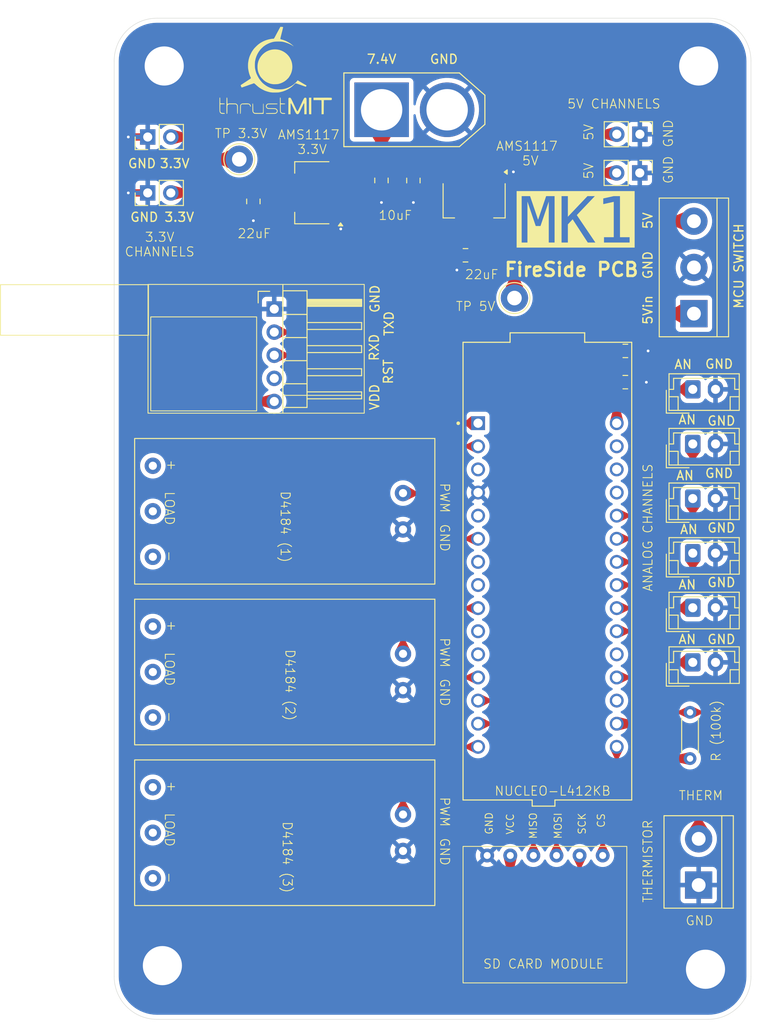
<source format=kicad_pcb>
(kicad_pcb (version 20241229) (generator "pcbnew") (generator_version "9.0")
  (layers (0 "F.Cu" signal) (2 "B.Cu" signal) (13 "F.Paste" user) (15 "B.Paste" user) (5 "F.SilkS" user "F.Silkscreen") (7 "B.SilkS" user "B.Silkscreen") (1 "F.Mask" user) (3 "B.Mask" user) (25 "Edge.Cuts" user))
  (net 0 "")
  (net 1 "GND")
  (net 2 "5V")
  (net 3 "VI")
  (net 4 "A1")
  (net 5 "A2")
  (net 6 "A3")
  (net 7 "A4")
  (net 8 "A5")
  (net 9 "3.3V")
  (net 10 "CS_SD")
  (net 11 "PWM_D4184-2")
  (net 12 "RX_RYLR")
  (net 13 "TX_RYLR")
  (net 14 "MOSI_SD")
  (net 15 "SCK_SD")
  (net 16 "MISO_SD")
  (net 17 "PWM_D4184-1")
  (net 18 "PWM_D4184-3")
  (net 29 "5Vin")
  (net 30 "A6")
  (net 31 "A_THERM")
  (net 43 "3.3V_STM")
  (footprint "FireSide v2.0 footprints:D4184" (layer "F.Cu") (at 97.5 85.68 -90)
    (property "Reference" "U5" (hide yes))
    (property "Value" "~" (hide yes))
    (fp_text user "-" (at 3.75 17.25 270) (layer "F.SilkS") (effects (font (thickness 0.1)) (justify left bottom)))
    (fp_text user "+" (at -6.25 17 270) (layer "F.SilkS") (effects (font (thickness 0.1)) (justify left bottom)))
    (fp_text user "LOAD" (at -2.75 17.25 270) (layer "F.SilkS") (effects (font (thickness 0.1)) (justify left bottom)))
    (fp_text user "PWM" (at -3.68 -13 270) (layer "F.SilkS") (effects (font (thickness 0.1)) (justify left bottom)))
    (fp_text user "GND" (at 0.82 -13 270) (layer "F.SilkS") (effects (font (thickness 0.1)) (justify left bottom)))
    (pad "1" thru_hole circle (at 1.5 -9 180) (size 1.8 1.8) (drill 0.9) (layers "*.Cu" "*.Mask") (net 1 "GND"))
    (pad "2" thru_hole circle (at -2.5 -9 180) (size 1.8 1.8) (drill 0.9) (layers "*.Cu" "*.Mask") (net 17 "PWM_D4184-1"))
    (pad "3" thru_hole circle (at 4.5 18.5 180) (size 1.8 1.8) (drill 0.9) (layers "*.Cu" "*.Mask"))
    (pad "4" thru_hole circle (at -0.5 18.5 180) (size 1.8 1.8) (drill 0.9) (layers "*.Cu" "*.Mask"))
    (pad "5" thru_hole circle (at -5.5 18.5 180) (size 1.8 1.8) (drill 0.9) (layers "*.Cu" "*.Mask"))
  )
  (footprint "Capacitor_SMD:C_0805_2012Metric" (layer "F.Cu") (at 104.130836 48.827013 -90)
    (property "Reference" "C2" (hide yes))
    (property "Value" "10uF" (hide yes))
    (pad "1" smd roundrect (at -0.95 0 270) (size 1 1.45) (layers "F.Cu" "F.Mask" "F.Paste") (net 3 "VI"))
    (pad "2" smd roundrect (at 0.95 0 270) (size 1 1.45) (layers "F.Cu" "F.Mask" "F.Paste") (net 1 "GND"))
  )
  (footprint "logos:logo2" (layer "F.Cu") (at 92.398087 36.136336)
    (property "Reference" "G***" (hide yes))
    (property "Value" "LOGO" (hide yes))
  )
  (footprint "MountingHole:MountingHole_4.3mm_M4_DIN965_Pad" (layer "F.Cu") (at 80.0504 135.1008 90)
    (property "Reference" "H2" (hide yes))
    (property "Value" "MountingHole_Pad" (hide yes))
    (pad "1" thru_hole circle (at 0 0 90) (size 7.5 7.5) (drill 4.3) (layers "*.Cu" "*.Mask") (net 1 "GND"))
  )
  (footprint "MountingHole:MountingHole_4.3mm_M4_DIN965_Pad" (layer "F.Cu") (at 80.25 36.25 90)
    (property "Reference" "H3" (hide yes))
    (property "Value" "MountingHole_Pad" (hide yes))
    (pad "1" thru_hole circle (at 0 0 90) (size 7.5 7.5) (drill 4.3) (layers "*.Cu" "*.Mask") (net 1 "GND"))
  )
  (footprint "Capacitor_SMD:C_0805_2012Metric" (layer "F.Cu") (at 107.64123 48.835307 -90)
    (property "Reference" "C3" (hide yes))
    (property "Value" "10uF" (hide yes))
    (pad "1" smd roundrect (at -0.95 0 270) (size 1 1.45) (layers "F.Cu" "F.Mask" "F.Paste") (net 3 "VI"))
    (pad "2" smd roundrect (at 0.95 0 270) (size 1 1.45) (layers "F.Cu" "F.Mask" "F.Paste") (net 1 "GND"))
  )
  (footprint "Package_TO_SOT_SMD:SOT-223-3_TabPin2" (layer "F.Cu") (at 114.317385 51.035154 -90)
    (property "Reference" "U4" (hide yes))
    (property "Value" "AMS1117-5.0" (hide yes))
    (pad "1" smd roundrect (at -3.15 -2.3 270) (size 2 1.5) (layers "F.Cu" "F.Mask" "F.Paste") (net 1 "GND"))
    (pad "2" smd roundrect (at -3.15 0 270) (size 2 1.5) (layers "F.Cu" "F.Mask" "F.Paste") (net 2 "5V"))
    (pad "2" smd roundrect (at 3.15 0 270) (size 2 3.8) (layers "F.Cu" "F.Mask" "F.Paste") (net 2 "5V"))
    (pad "3" smd roundrect (at -3.15 2.3 270) (size 2 1.5) (layers "F.Cu" "F.Mask" "F.Paste") (net 3 "VI"))
  )
  (footprint "Connector_JST:JST_EH_B2B-EH-A_1x02_P2.50mm_Vertical" (layer "F.Cu") (at 138.352799 83.781199)
    (property "Reference" "J4" (hide yes))
    (property "Value" "Conn_01x02_Pin" (hide yes))
    (pad "1" thru_hole roundrect (at 0 0) (size 1.7 2) (drill 1) (layers "*.Cu" "*.Mask") (roundrect_rratio 0.147059) (net 7 "A4"))
    (pad "2" thru_hole oval (at 2.5 0) (size 1.7 2) (drill 1) (layers "*.Cu" "*.Mask") (net 1 "GND"))
  )
  (footprint "Connector_PinHeader_2.54mm:PinHeader_1x02_P2.54mm_Vertical" (layer "F.Cu") (at 78.438062 50.197038 90)
    (property "Reference" "J12" (hide yes))
    (property "Value" "Conn_01x02_Pin" (hide yes))
    (pad "1" thru_hole rect (at 0 0 90) (size 1.7 1.7) (drill 1) (layers "*.Cu" "*.Mask") (net 1 "GND"))
    (pad "2" thru_hole circle (at 0 2.54 90) (size 1.7 1.7) (drill 1) (layers "*.Cu" "*.Mask") (net 9 "3.3V"))
  )
  (footprint "Package_TO_SOT_SMD:SOT-223-3_TabPin2" (layer "F.Cu") (at 96.50677 50.178615 180)
    (property "Reference" "U1" (hide yes))
    (property "Value" "AMS1117-3.3" (hide yes))
    (pad "1" smd roundrect (at -3.15 -2.3 180) (size 2 1.5) (layers "F.Cu" "F.Mask" "F.Paste") (net 1 "GND"))
    (pad "2" smd roundrect (at -3.15 0 180) (size 2 1.5) (layers "F.Cu" "F.Mask" "F.Paste") (net 9 "3.3V"))
    (pad "2" smd roundrect (at 3.15 0 180) (size 2 3.8) (layers "F.Cu" "F.Mask" "F.Paste") (net 9 "3.3V"))
    (pad "3" smd roundrect (at -3.15 2.3 180) (size 2 1.5) (layers "F.Cu" "F.Mask" "F.Paste") (net 3 "VI"))
  )
  (footprint "Connector_PinHeader_2.54mm:PinHeader_1x02_P2.54mm_Vertical" (layer "F.Cu") (at 132.54 43.75 -90)
    (property "Reference" "J8" (hide yes))
    (property "Value" "Conn_01x02_Pin" (hide yes))
    (pad "1" thru_hole rect (at 0 0 270) (size 1.7 1.7) (drill 1) (layers "*.Cu" "*.Mask") (net 1 "GND"))
    (pad "2" thru_hole circle (at 0 2.54 270) (size 1.7 1.7) (drill 1) (layers "*.Cu" "*.Mask") (net 2 "5V"))
  )
  (footprint "Capacitor_SMD:C_0805_2012Metric" (layer "F.Cu") (at 130.939181 70.987836)
    (property "Reference" "C6" (hide yes))
    (property "Value" "4.7uF")
    (pad "1" smd roundrect (at -0.95 0) (size 1 1.45) (layers "F.Cu" "F.Mask" "F.Paste") (net 29 "5Vin"))
    (pad "2" smd roundrect (at 0.95 0) (size 1 1.45) (layers "F.Cu" "F.Mask" "F.Paste") (net 1 "GND"))
  )
  (footprint "Capacitor_SMD:C_0805_2012Metric" (layer "F.Cu") (at 90.051382 51.130768 -90)
    (property "Reference" "C4" (hide yes))
    (property "Value" "22uF" (hide yes))
    (pad "1" smd roundrect (at -0.95 0 270) (size 1 1.45) (layers "F.Cu" "F.Mask" "F.Paste") (net 9 "3.3V"))
    (pad "2" smd roundrect (at 0.95 0 270) (size 1 1.45) (layers "F.Cu" "F.Mask" "F.Paste") (net 1 "GND"))
  )
  (footprint "MountingHole:MountingHole_4.3mm_M4_DIN965_Pad" (layer "F.Cu") (at 139.75 135.5 90)
    (property "Reference" "H1" (hide yes))
    (property "Value" "MountingHole_Pad" (hide yes))
    (pad "1" thru_hole circle (at 0 0 90) (size 7.5 7.5) (drill 4.3) (layers "*.Cu" "*.Mask") (net 1 "GND"))
  )
  (footprint "Connector_JST:JST_EH_B2B-EH-A_1x02_P2.50mm_Vertical" (layer "F.Cu") (at 138.352799 77.781199)
    (property "Reference" "J5" (hide yes))
    (property "Value" "Conn_01x02_Pin" (hide yes))
    (pad "1" thru_hole roundrect (at 0 0) (size 1.7 2) (drill 1) (layers "*.Cu" "*.Mask") (roundrect_rratio 0.147059) (net 8 "A5"))
    (pad "2" thru_hole oval (at 2.5 0) (size 1.7 2) (drill 1) (layers "*.Cu" "*.Mask") (net 1 "GND"))
  )
  (footprint "FireSide v2.0 footprints:SD Card Reader" (layer "F.Cu") (at 108.6 129 90)
    (property "Reference" "U8" (hide yes))
    (property "Value" "~" (hide yes))
    (fp_text user "GND\n" (at 8.25 7.832097 90) (layer "F.SilkS") (effects (font (size 0.8 0.8) (thickness 0.1)) (justify left bottom)))
    (fp_text user "MISO\n" (at 7.75 12.679471 90) (layer "F.SilkS") (effects (font (size 0.8 0.8) (thickness 0.1)) (justify left bottom)))
    (fp_text user "MOSI" (at 7.75 15.408041 90) (layer "F.SilkS") (effects (font (size 0.8 0.8) (thickness 0.1)) (justify left bottom)))
    (fp_text user "VCC" (at 8.25 10.15 90) (layer "F.SilkS") (effects (font (size 0.8 0.8) (thickness 0.1)) (justify left bottom)))
    (fp_text user "CS" (at 9 20.15 90) (layer "F.SilkS") (effects (font (size 0.8 0.8) (thickness 0.1)) (justify left bottom)))
    (pad "1" thru_hole circle (at 6 19.85 270) (size 1.524 1.524) (drill 0.762) (layers "*.Cu" "*.Mask") (net 10 "CS_SD"))
    (pad "2" thru_hole circle (at 6 17.31 270) (size 1.524 1.524) (drill 0.762) (layers "*.Cu" "*.Mask") (net 15 "SCK_SD"))
    (pad "3" thru_hole circle (at 6 14.77 270) (size 1.524 1.524) (drill 0.762) (layers "*.Cu" "*.Mask") (net 14 "MOSI_SD"))
    (pad "4" thru_hole circle (at 6 12.23 270) (size 1.524 1.524) (drill 0.762) (layers "*.Cu" "*.Mask") (net 16 "MISO_SD"))
    (pad "5" thru_hole circle (at 6 9.69 270) (size 1.524 1.524) (drill 0.762) (layers "*.Cu" "*.Mask") (net 43 "3.3V_STM"))
    (pad "6" thru_hole circle (at 6 7.15 270) (size 1.524 1.524) (drill 0.762) (layers "*.Cu" "*.Mask") (net 1 "GND"))
  )
  (footprint "FireSide v2.0 footprints:D4184" (layer "F.Cu") (at 97.5 121 -90)
    (property "Reference" "U7" (hide yes))
    (property "Value" "~" (hide yes))
    (fp_text user "LOAD" (at -2.75 17.25 270) (layer "F.SilkS") (effects (font (thickness 0.1)) (justify left bottom)))
    (fp_text user "-" (at 3.75 17.25 270) (layer "F.SilkS") (effects (font (thickness 0.1)) (justify left bottom)))
    (fp_text user "PWM" (at -4.5 -13 270) (layer "F.SilkS") (effects (font (thickness 0.1)) (justify left bottom)))
    (fp_text user "+" (at -6.25 17 270) (layer "F.SilkS") (effects (font (thickness 0.1)) (justify left bottom)))
    (fp_text user "GND" (at 0 -13 270) (layer "F.SilkS") (effects (font (thickness 0.1)) (justify left bottom)))
    (pad "1" thru_hole circle (at 1.5 -9 180) (size 1.8 1.8) (drill 0.9) (layers "*.Cu" "*.Mask") (net 1 "GND"))
    (pad "2" thru_hole circle (at -2.5 -9 180) (size 1.8 1.8) (drill 0.9) (layers "*.Cu" "*.Mask") (net 18 "PWM_D4184-3"))
    (pad "3" thru_hole circle (at 4.5 18.5 180) (size 1.8 1.8) (drill 0.9) (layers "*.Cu" "*.Mask"))
    (pad "4" thru_hole circle (at -0.5 18.5 180) (size 1.8 1.8) (drill 0.9) (layers "*.Cu" "*.Mask"))
    (pad "5" thru_hole circle (at -5.5 18.5 180) (size 1.8 1.8) (drill 0.9) (layers "*.Cu" "*.Mask"))
  )
  (footprint "Resistor_THT:R_Axial_DIN0204_L3.6mm_D1.6mm_P5.08mm_Horizontal" (layer "F.Cu") (at 138.0504 112.3508 90)
    (property "Reference" "R2" (hide yes))
    (property "Value" "100k" (hide yes))
    (pad "1" thru_hole circle (at 0 0 90) (size 1.4 1.4) (drill 0.7) (layers "*.Cu" "*.Mask") (net 43 "3.3V_STM"))
    (pad "2" thru_hole circle (at 5.08 0 90) (size 1.4 1.4) (drill 0.7) (layers "*.Cu" "*.Mask") (net 31 "A_THERM"))
  )
  (footprint "Capacitor_SMD:C_0805_2012Metric" (layer "F.Cu") (at 113.370615 57.050306 180)
    (property "Reference" "C1" (hide yes))
    (property "Value" "22uF" (hide yes))
    (pad "1" smd roundrect (at -0.95 0 180) (size 1 1.45) (layers "F.Cu" "F.Mask" "F.Paste") (net 2 "5V"))
    (pad "2" smd roundrect (at 0.95 0 180) (size 1 1.45) (layers "F.Cu" "F.Mask" "F.Paste") (net 1 "GND"))
  )
  (footprint "FireSide v2.0 footprints:NUCLEO L412KB" (layer "F.Cu") (at 122.37 91.756)
    (property "Reference" "U9" (hide yes))
    (property "Value" "NUCLEO-L412KB" (hide yes))
    (pad "CN3_1" thru_hole rect (at -7.62 -16.256) (size 1.524 1.524) (drill 1.016) (layers "*.Cu" "*.Mask") (net 13 "TX_RYLR"))
    (pad "CN3_2" thru_hole circle (at -7.62 -13.716) (size 1.524 1.524) (drill 1.016) (layers "*.Cu" "*.Mask") (net 12 "RX_RYLR"))
    (pad "CN3_3" thru_hole circle (at -7.62 -11.176) (size 1.524 1.524) (drill 1.016) (layers "*.Cu" "*.Mask"))
    (pad "CN3_4" thru_hole circle (at -7.62 -8.636) (size 1.524 1.524) (drill 1.016) (layers "*.Cu" "*.Mask") (net 1 "GND"))
    (pad "CN3_5" thru_hole circle (at -7.62 -6.096) (size 1.524 1.524) (drill 1.016) (layers "*.Cu" "*.Mask"))
    (pad "CN3_6" thru_hole circle (at -7.62 -3.556) (size 1.524 1.524) (drill 1.016) (layers "*.Cu" "*.Mask") (net 17 "PWM_D4184-1"))
    (pad "CN3_7" thru_hole circle (at -7.62 -1.016) (size 1.524 1.524) (drill 1.016) (layers "*.Cu" "*.Mask"))
    (pad "CN3_8" thru_hole circle (at -7.62 1.524) (size 1.524 1.524) (drill 1.016) (layers "*.Cu" "*.Mask"))
    (pad "CN3_9" thru_hole circle (at -7.62 4.064) (size 1.524 1.524) (drill 1.016) (layers "*.Cu" "*.Mask") (net 11 "PWM_D4184-2"))
    (pad "CN3_10" thru_hole circle (at -7.62 6.604) (size 1.524 1.524) (drill 1.016) (layers "*.Cu" "*.Mask"))
    (pad "CN3_11" thru_hole circle (at -7.62 9.144) (size 1.524 1.524) (drill 1.016) (layers "*.Cu" "*.Mask"))
    (pad "CN3_12" thru_hole circle (at -7.62 11.684) (size 1.524 1.524) (drill 1.016) (layers "*.Cu" "*.Mask") (net 18 "PWM_D4184-3"))
    (pad "CN3_13" thru_hole circle (at -7.62 14.224) (size 1.524 1.524) (drill 1.016) (layers "*.Cu" "*.Mask") (net 10 "CS_SD"))
    (pad "CN3_14" thru_hole circle (at -7.62 16.764) (size 1.524 1.524) (drill 1.016) (layers "*.Cu" "*.Mask") (net 14 "MOSI_SD"))
    (pad "CN3_15" thru_hole circle (at -7.62 19.304) (size 1.524 1.524) (drill 1.016) (layers "*.Cu" "*.Mask") (net 16 "MISO_SD"))
    (pad "CN4_1" thru_hole circle (at 7.62 -16.256) (size 1.524 1.524) (drill 1.016) (layers "*.Cu" "*.Mask") (net 29 "5Vin"))
    (pad "CN4_2" thru_hole circle (at 7.62 -13.716) (size 1.524 1.524) (drill 1.016) (layers "*.Cu" "*.Mask"))
    (pad "CN4_3" thru_hole circle (at 7.62 -11.176) (size 1.524 1.524) (drill 1.016) (layers "*.Cu" "*.Mask"))
    (pad "CN4_4" thru_hole circle (at 7.62 -8.636) (size 1.524 1.524) (drill 1.016) (layers "*.Cu" "*.Mask"))
    (pad "CN4_5" thru_hole circle (at 7.62 -6.096) (size 1.524 1.524) (drill 1.016) (layers "*.Cu" "*.Mask") (net 30 "A6"))
    (pad "CN4_6" thru_hole circle (at 7.62 -3.556) (size 1.524 1.524) (drill 1.016) (layers "*.Cu" "*.Mask") (net 8 "A5"))
    (pad "CN4_7" thru_hole circle (at 7.62 -1.016) (size 1.524 1.524) (drill 1.016) (layers "*.Cu" "*.Mask") (net 7 "A4"))
    (pad "CN4_8" thru_hole circle (at 7.62 1.524) (size 1.524 1.524) (drill 1.016) (layers "*.Cu" "*.Mask") (net 6 "A3"))
    (pad "CN4_9" thru_hole circle (at 7.62 4.064) (size 1.524 1.524) (drill 1.016) (layers "*.Cu" "*.Mask") (net 5 "A2"))
    (pad "CN4_10" thru_hole circle (at 7.62 6.604) (size 1.524 1.524) (drill 1.016) (layers "*.Cu" "*.Mask") (net 4 "A1"))
    (pad "CN4_11" thru_hole circle (at 7.62 9.144) (size 1.524 1.524) (drill 1.016) (layers "*.Cu" "*.Mask"))
    (pad "CN4_12" thru_hole circle (at 7.62 11.684) (size 1.524 1.524) (drill 1.016) (layers "*.Cu" "*.Mask") (net 31 "A_THERM"))
    (pad "CN4_13" thru_hole circle (at 7.62 14.224) (size 1.524 1.524) (drill 1.016) (layers "*.Cu" "*.Mask"))
    (pad "CN4_14" thru_hole circle (at 7.62 16.764) (size 1.524 1.524) (drill 1.016) (layers "*.Cu" "*.Mask") (net 43 "3.3V_STM"))
    (pad "CN4_15" thru_hole circle (at 7.62 19.304) (size 1.524 1.524) (drill 1.016) (layers "*.Cu" "*.Mask") (net 15 "SCK_SD"))
  )
  (footprint "TerminalBlock:TerminalBlock_bornier-2_P5.08mm" (layer "F.Cu") (at 139 126.25 90)
    (property "Reference" "J14" (hide yes))
    (property "Value" "Screw_Terminal_01x02" (hide yes))
    (pad "1" thru_hole rect (at 0 0 90) (size 3 3) (drill 1.52) (layers "*.Cu" "*.Mask") (net 1 "GND"))
    (pad "2" thru_hole circle (at 5.08 0 90) (size 3 3) (drill 1.52) (layers "*.Cu" "*.Mask") (net 31 "A_THERM"))
  )
  (footprint "Connector_PinHeader_2.54mm:PinHeader_1x02_P2.54mm_Vertical" (layer "F.Cu") (at 132.525 48 -90)
    (property "Reference" "J7" (hide yes))
    (property "Value" "Conn_01x02_Pin" (hide yes))
    (pad "1" thru_hole rect (at 0 0 270) (size 1.7 1.7) (drill 1) (layers "*.Cu" "*.Mask") (net 1 "GND"))
    (pad "2" thru_hole circle (at 0 2.54 270) (size 1.7 1.7) (drill 1) (layers "*.Cu" "*.Mask") (net 2 "5V"))
  )
  (footprint "FireSide v2.0 footprints:D4184" (layer "F.Cu") (at 97.5 103.34 -90)
    (property "Reference" "U6" (hide yes))
    (property "Value" "~" (hide yes))
    (fp_text user "-" (at 3.75 17.25 270) (layer "F.SilkS") (effects (font (thickness 0.1)) (justify left bottom)))
    (fp_text user "GND" (at 0.16 -13 270) (layer "F.SilkS") (effects (font (thickness 0.1)) (justify left bottom)))
    (fp_text user "PWM" (at -4.34 -13 270) (layer "F.SilkS") (effects (font (thickness 0.1)) (justify left bottom)))
    (fp_text user "LOAD" (at -2.75 17.25 270) (layer "F.SilkS") (effects (font (thickness 0.1)) (justify left bottom)))
    (fp_text user "+" (at -6.25 17 270) (layer "F.SilkS") (effects (font (thickness 0.1)) (justify left bottom)))
    (pad "1" thru_hole circle (at 1.5 -9 180) (size 1.8 1.8) (drill 0.9) (layers "*.Cu" "*.Mask") (net 1 "GND"))
    (pad "2" thru_hole circle (at -2.5 -9 180) (size 1.8 1.8) (drill 0.9) (layers "*.Cu" "*.Mask") (net 11 "PWM_D4184-2"))
    (pad "3" thru_hole circle (at 4.5 18.5 180) (size 1.8 1.8) (drill 0.9) (layers "*.Cu" "*.Mask"))
    (pad "4" thru_hole circle (at -0.5 18.5 180) (size 1.8 1.8) (drill 0.9) (layers "*.Cu" "*.Mask"))
    (pad "5" thru_hole circle (at -5.5 18.5 180) (size 1.8 1.8) (drill 0.9) (layers "*.Cu" "*.Mask"))
  )
  (footprint "FireSide v2.0 footprints:RYLR998" (layer "F.Cu") (at 83.24 67.5 90)
    (property "Reference" "U2" (hide yes))
    (property "Value" "~" (hide yes))
    (fp_text user "VDD" (at -6.66 20.72 90) (layer "F.SilkS") (effects (justify left bottom)))
    (fp_text user "RST" (at -3.8 22.23 90) (layer "F.SilkS") (effects (justify left bottom)))
    (pad "1" thru_hole oval (at -5.615 9.105) (size 1.7 1.7) (drill 1) (layers "*.Cu" "*.Mask") (net 9 "3.3V"))
    (pad "2" thru_hole oval (at -3.075 9.105) (size 1.7 1.7) (drill 1) (layers "*.Cu" "*.Mask"))
    (pad "3" thru_hole oval (at -0.535 9.105) (size 1.7 1.7) (drill 1) (layers "*.Cu" "*.Mask") (net 12 "RX_RYLR"))
    (pad "4" thru_hole oval (at 2.005 9.105) (size 1.7 1.7) (drill 1) (layers "*.Cu" "*.Mask") (net 13 "TX_RYLR"))
    (pad "5" thru_hole rect (at 4.545 9.105) (size 1.7 1.7) (drill 1) (layers "*.Cu" "*.Mask") (net 1 "GND"))
  )
  (footprint "Connector_PinHeader_2.54mm:PinHeader_1x02_P2.54mm_Vertical" (layer "F.Cu") (at 78.439499 44.052961 90)
    (property "Reference" "J11" (hide yes))
    (property "Value" "Conn_01x02_Pin" (hide yes))
    (pad "1" thru_hole rect (at 0 0 90) (size 1.7 1.7) (drill 1) (layers "*.Cu" "*.Mask") (net 1 "GND"))
    (pad "2" thru_hole circle (at 0 2.54 90) (size 1.7 1.7) (drill 1) (layers "*.Cu" "*.Mask") (net 9 "3.3V"))
  )
  (footprint "Capacitor_SMD:C_0805_2012Metric" (layer "F.Cu") (at 130.943152 67.558421)
    (property "Reference" "C5" (hide yes))
    (property "Value" "100nF")
    (pad "1" smd roundrect (at -0.95 0) (size 1 1.45) (layers "F.Cu" "F.Mask" "F.Paste") (net 29 "5Vin"))
    (pad "2" smd roundrect (at 0.95 0) (size 1 1.45) (layers "F.Cu" "F.Mask" "F.Paste") (net 1 "GND"))
  )
  (footprint "Connector_JST:JST_EH_B2B-EH-A_1x02_P2.50mm_Vertical" (layer "F.Cu") (at 138.352799 95.781199)
    (property "Reference" "J2" (hide yes))
    (property "Value" "Conn_01x02_Pin" (hide yes))
    (pad "1" thru_hole roundrect (at 0 0) (size 1.7 2) (drill 1) (layers "*.Cu" "*.Mask") (roundrect_rratio 0.147059) (net 5 "A2"))
    (pad "2" thru_hole oval (at 2.5 0) (size 1.7 2) (drill 1) (layers "*.Cu" "*.Mask") (net 1 "GND"))
  )
  (footprint "FireSide v2.0 footprints:XT60-M" (layer "F.Cu") (at 107.25 32.3625)
    (property "Reference" "U3" (hide yes))
    (property "Value" "~" (hide yes))
    (pad "N" thru_hole circle (at 4.1 8.7) (size 6 6) (drill 4.55) (layers "*.Cu" "*.Mask") (net 1 "GND"))
    (pad "P" thru_hole rect (at -3.1 8.7) (size 6 6) (drill 4.55) (layers "*.Cu" "*.Mask") (net 3 "VI"))
  )
  (footprint "TestPoint:TestPoint_Loop_D2.60mm_Drill1.6mm_Beaded" (layer "F.Cu") (at 88.5 46.5)
    (property "Reference" "TP2" (hide yes))
    (property "Value" "TestPoint" (hide yes))
    (pad "1" thru_hole circle (at 0 0) (size 3 3) (drill 1.6) (layers "*.Cu" "*.Mask") (net 9 "3.3V"))
  )
  (footprint "Connector_JST:JST_EH_B2B-EH-A_1x02_P2.50mm_Vertical" (layer "F.Cu") (at 138.352799 101.781199)
    (property "Reference" "J1" (hide yes))
    (property "Value" "Conn_01x02_Pin" (hide yes))
    (pad "1" thru_hole roundrect (at 0 0) (size 1.7 2) (drill 1) (layers "*.Cu" "*.Mask") (roundrect_rratio 0.147059) (net 4 "A1"))
    (pad "2" thru_hole oval (at 2.5 0) (size 1.7 2) (drill 1) (layers "*.Cu" "*.Mask") (net 1 "GND"))
  )
  (footprint "TestPoint:TestPoint_Loop_D2.60mm_Drill1.6mm_Beaded" (layer "F.Cu") (at 118.75 61.75)
    (property "Reference" "TP1" (hide yes))
    (property "Value" "TestPoint" (hide yes))
    (pad "1" thru_hole circle (at 0 0) (size 3 3) (drill 1.6) (layers "*.Cu" "*.Mask") (net 2 "5V"))
  )
  (footprint "MountingHole:MountingHole_4.3mm_M4_DIN965_Pad" (layer "F.Cu") (at 139 36.25 90)
    (property "Reference" "H4" (hide yes))
    (property "Value" "MountingHole_Pad" (hide yes))
    (pad "1" thru_hole circle (at 0 0 90) (size 7.5 7.5) (drill 4.3) (layers "*.Cu" "*.Mask") (net 1 "GND"))
  )
  (footprint "Connector_JST:JST_EH_B2B-EH-A_1x02_P2.50mm_Vertical" (layer "F.Cu") (at 138.352799 71.781199)
    (property "Reference" "J6" (hide yes))
    (property "Value" "Conn_01x02_Pin" (hide yes))
    (pad "1" thru_hole roundrect (at 0 0) (size 1.7 2) (drill 1) (layers "*.Cu" "*.Mask") (roundrect_rratio 0.147059) (net 30 "A6"))
    (pad "2" thru_hole oval (at 2.5 0) (size 1.7 2) (drill 1) (layers "*.Cu" "*.Mask") (net 1 "GND"))
  )
  (footprint "TerminalBlock:TerminalBlock_bornier-3_P5.08mm" (layer "F.Cu") (at 138.477718 63.464391 90)
    (property "Reference" "J13" (hide yes))
    (property "Value" "Screw_Terminal_01x03" (hide yes))
    (pad "1" thru_hole rect (at 0 0 90) (size 3 3) (drill 1.52) (layers "*.Cu" "*.Mask") (net 29 "5Vin"))
    (pad "2" thru_hole circle (at 5.08 0 90) (size 3 3) (drill 1.52) (layers "*.Cu" "*.Mask") (net 1 "GND"))
    (pad "3" thru_hole circle (at 10.16 0 90) (size 3 3) (drill 1.52) (layers "*.Cu" "*.Mask") (net 2 "5V"))
  )
  (footprint "Connector_JST:JST_EH_B2B-EH-A_1x02_P2.50mm_Vertical" (layer "F.Cu") (at 138.352799 89.781199)
    (property "Reference" "J3" (hide yes))
    (property "Value" "Conn_01x02_Pin" (hide yes))
    (pad "1" thru_hole roundrect (at 0 0) (size 1.7 2) (drill 1) (layers "*.Cu" "*.Mask") (roundrect_rratio 0.147059) (net 6 "A3"))
    (pad "2" thru_hole oval (at 2.5 0) (size 1.7 2) (drill 1) (layers "*.Cu" "*.Mask") (net 1 "GND"))
  )
  (gr_arc (start 79.45 141) (mid 76.126598 139.623402) (end 74.75 136.3) (stroke (width 0.05)) (layer "Edge.Cuts"))
  (gr_line (start 74.75 136.3) (end 74.75 35.7) (stroke (width 0.05)) (layer "Edge.Cuts"))
  (gr_arc (start 74.75 35.7) (mid 76.126598 32.376598) (end 79.45 31) (stroke (width 0.05)) (layer "Edge.Cuts"))
  (gr_line (start 140.05 141) (end 79.45 141) (stroke (width 0.05)) (layer "Edge.Cuts"))
  (gr_line (start 79.45 31) (end 140.05 31) (stroke (width 0.05)) (layer "Edge.Cuts"))
  (gr_arc (start 140.05 31) (mid 143.373402 32.376598) (end 144.75 35.7) (stroke (width 0.05)) (layer "Edge.Cuts"))
  (gr_line (start 144.75 35.7) (end 144.75 136.3) (stroke (width 0.05)) (layer "Edge.Cuts"))
  (gr_arc (start 144.75 136.3) (mid 143.373402 139.623402) (end 140.05 141) (stroke (width 0.05)) (layer "Edge.Cuts"))
  (gr_text "AN" (at 137.75 99.25 0) (layer "F.SilkS") (effects (font (size 1 1))))
  (gr_text "GND\n" (at 137.5 130.75 0) (layer "F.SilkS") (effects (font (size 1 1) (thickness 0.1)) (justify left bottom)))
  (gr_text "GND" (at 141.25 81 0) (layer "F.SilkS") (effects (font (size 1 1))))
  (gr_text "TP 5V" (at 112.25 63.25 0) (layer "F.SilkS") (effects (font (size 1 1) (thickness 0.1)) (justify left bottom)))
  (gr_text "GND" (at 111 35.5 0) (layer "F.SilkS") (effects (font (size 1 1))))
  (gr_text "THERMISTOR" (at 134 128.25 90) (layer "F.SilkS") (effects (font (size 1 1) (thickness 0.1)) (justify left bottom)))
  (gr_text "R (100k)" (at 141.5 112.75 90) (layer "F.SilkS") (effects (font (size 1 1) (thickness 0.1)) (justify left bottom)))
  (gr_text "7.4V\n" (at 104.15 35.5 0) (layer "F.SilkS") (effects (font (size 1 1))))
  (gr_text "GND\n" (at 136.25 49.25 90) (layer "F.SilkS") (effects (font (size 1 1) (thickness 0.1)) (justify left bottom)))
  (gr_text "AN" (at 137.5 81.25 0) (layer "F.SilkS") (effects (font (size 1 1))))
  (gr_text "GND" (at 76.189499 47.552961 0) (layer "F.SilkS") (effects (font (size 1 1)) (justify left bottom)))
  (gr_text "22uF" (at 113.25 59.75 0) (layer "F.SilkS") (effects (font (size 1 1) (thickness 0.1)) (justify left bottom)))
  (gr_text "GND" (at 134 59.75 90) (layer "F.SilkS") (effects (font (size 1 1)) (justify left bottom)))
  (gr_text "AMS1117 \n3.3V\n" (at 96.50677 46 0) (layer "F.SilkS") (effects (font (size 1 1) (thickness 0.1)) (justify bottom)))
  (gr_text "5V" (at 134 54.25 90) (layer "F.SilkS") (effects (font (size 1 1)) (justify left bottom)))
  (gr_text "D4184 (1)\n" (at 92.979351 82.888437 270) (layer "F.SilkS") (effects (font (size 1 1) (thickness 0.1)) (justify left bottom)))
  (gr_text "5V CHANNELS\n" (at 124.5 41 0) (layer "F.SilkS") (effects (font (size 1 1) (thickness 0.1)) (justify left bottom)))
  (gr_text "5V\n" (at 127.5 48.75 90) (layer "F.SilkS") (effects (font (size 1 1) (thickness 0.1)) (justify left bottom)))
  (gr_text "GND" (at 141.5 75.25 0) (layer "F.SilkS") (effects (font (size 1 1))))
  (gr_text "GND" (at 141.5 87 0) (layer "F.SilkS") (effects (font (size 1 1))))
  (gr_text "AN" (at 136.692799 75.7 0) (layer "F.SilkS") (effects (font (size 1 1)) (justify left bottom)))
  (gr_text "10uF" (at 103.75 53.245456 0) (layer "F.SilkS") (effects (font (size 1 1) (thickness 0.1)) (justify left bottom)))
  (gr_text "SCK" (at 126.65 120.75 90) (layer "F.SilkS") (effects (font (size 0.8 0.8) (thickness 0.1)) (justify left bottom)))
  (gr_text "MCU SWITCH\n" (at 144 63 90) (layer "F.SilkS") (effects (font (size 1 1)) (justify left bottom)))
  (gr_text "GND" (at 104 63.46 90) (layer "F.SilkS") (effects (font (size 1 1)) (justify left bottom)))
  (gr_text "3.3V" (at 79.689499 47.552961 0) (layer "F.SilkS") (effects (font (size 1 1)) (justify left bottom)))
  (gr_text "RXD" (at 103.92 68.75 90) (layer "F.SilkS") (effects (font (size 1 1)) (justify left bottom)))
  (gr_text "5V\n" (at 127.5 44.5 90) (layer "F.SilkS") (effects (font (size 1 1) (thickness 0.1)) (justify left bottom)))
  (gr_text "22uF" (at 88.25 55.25 0) (layer "F.SilkS") (effects (font (size 1 1) (thickness 0.1)) (justify left bottom)))
  (gr_text "GND" (at 141.5 99.25 0) (layer "F.SilkS") (effects (font (size 1 1))))
  (gr_text "ANALOG CHANNELS\n" (at 134 94.071199 90) (layer "F.SilkS") (effects (font (size 1 1) (thickness 0.1)) (justify left bottom)))
  (gr_text "3.3V\nCHANNELS" (at 79.75 57.25 0) (layer "F.SilkS") (effects (font (size 1 1) (thickness 0.1)) (justify bottom)))
  (gr_text "GND" (at 76.438062 53.447038 0) (layer "F.SilkS") (effects (font (size 1 1)) (justify left bottom)))
  (gr_text "GND\n" (at 136.25 45.25 90) (layer "F.SilkS") (effects (font (size 1 1) (thickness 0.1)) (justify left bottom)))
  (gr_text "D4184 (3)\n" (at 93.1996 119.190763 270) (layer "F.SilkS") (effects (font (size 1 1) (thickness 0.1)) (justify left bottom)))
  (gr_text "SD CARD MODULE\n" (at 115.25 135.5 0) (layer "F.SilkS") (effects (font (size 1 1) (thickness 0.1)) (justify left bottom)))
  (gr_text "GND" (at 141.25 69 0) (layer "F.SilkS") (effects (font (size 1 1))))
  (gr_text "NUCLEO-L412KB\n" (at 116.5 116.5 0) (layer "F.SilkS") (effects (font (size 1 1) (thickness 0.1)) (justify left bottom)))
  (gr_text "TXD" (at 105.55 66.01 90) (layer "F.SilkS") (effects (font (size 1 1)) (justify left bottom)))
  (gr_text "3.3V" (at 80.188062 53.447038 0) (layer "F.SilkS") (effects (font (size 1 1)) (justify left bottom)))
  (gr_text "AN" (at 137.926219 87.178818 0) (layer "F.SilkS") (effects (font (size 1 1))))
  (gr_text "TP 3.3V" (at 85.75 44.25 0) (layer "F.SilkS") (effects (font (size 1 1) (thickness 0.1)) (justify left bottom)))
  (gr_text "THERM\n" (at 136.75 117 0) (layer "F.SilkS") (effects (font (size 1 1) (thickness 0.1)) (justify left bottom)))
  (gr_text "FireSide PCB" (at 117.5 59.5 0) (layer "F.SilkS") (effects (font (size 1.5 1.5) (thickness 0.3) (bold yes)) (justify left bottom)))
  (gr_text "5Vin" (at 134 64.75 90) (layer "F.SilkS") (effects (font (size 1 1)) (justify left bottom)))
  (gr_text "AN" (at 137.75 93.25 0) (layer "F.SilkS") (effects (font (size 1 1))))
  (gr_text "D4184 (2)\n" (at 93.5 100.2808 270) (layer "F.SilkS") (effects (font (size 1 1) (thickness 0.1)) (justify left bottom)))
  (gr_text "MK1" (at 119.25 56.5 0) (layer "F.SilkS" knockout) (effects (font (size 5 5) (thickness 1) (italic yes)) (justify left bottom)))
  (gr_text "AMS1117 \n5V\n" (at 120.5 47.25 0) (layer "F.SilkS") (effects (font (size 1 1) (thickness 0.1)) (justify bottom)))
  (gr_text "GND" (at 141.5 93 0) (layer "F.SilkS") (effects (font (size 1 1))))
  (gr_text "AN" (at 136.242799 69.630398 0) (layer "F.SilkS") (effects (font (size 1 1)) (justify left bottom)))
  (segment (start 99.65677 52.478615) (end 99.65677 54.15677) (width 0.8) (layer "F.Cu") (net 1))
  (segment (start 104.130836 51.25) (end 104.130836 51.380836) (width 0.8) (layer "F.Cu") (net 1))
  (segment (start 78.438062 50.197038) (end 76.302962 50.197038) (width 0.8) (layer "F.Cu") (net 1))
  (segment (start 90.051382 52.080768) (end 90.051382 53.25) (width 0.8) (layer "F.Cu") (net 1))
  (segment (start 116.617385 47.885154) (end 118.635154 47.885154) (width 0.8) (layer "F.Cu") (net 1))
  (segment (start 90.051382 53.25) (end 90.051382 53.301382) (width 0.8) (layer "F.Cu") (net 1))
  (segment (start 112.420615 57.050306) (end 112.420615 58.670615) (width 0.8) (layer "F.Cu") (net 1))
  (segment (start 104.130836 49.777013) (end 104.130836 51.25) (width 0.8) (layer "F.Cu") (net 1))
  (segment (start 107.64123 51.25) (end 107.64123 51.39123) (width 0.8) (layer "F.Cu") (net 1))
  (segment (start 107.64123 49.785307) (end 107.64123 51.25) (width 0.8) (layer "F.Cu") (net 1))
  (segment (start 131.893152 67.558421) (end 133.441579 67.558421) (width 0.8) (layer "F.Cu") (net 1))
  (segment (start 78.439499 44.052961) (end 76.302961 44.052961) (width 0.8) (layer "F.Cu") (net 1))
  (segment (start 131.889181 70.987836) (end 133.237836 70.987836) (width 0.8) (layer "F.Cu") (net 1))
  (via (at 76.302961 44.052961) (size 0.6) (drill 0.3) (layers "F.Cu" "B.Cu") (net 1))
  (via (at 99.65677 54.15677) (size 0.6) (drill 0.3) (layers "F.Cu" "B.Cu") (net 1))
  (via (at 107.64123 51.25) (size 0.6) (drill 0.3) (layers "F.Cu" "B.Cu") (net 1))
  (via (at 133.25 71) (size 0.6) (drill 0.3) (layers "F.Cu" "B.Cu") (net 1))
  (via (at 104.130836 51.25) (size 0.6) (drill 0.3) (layers "F.Cu" "B.Cu") (net 1))
  (via (at 76.302962 50.197038) (size 0.6) (drill 0.3) (layers "F.Cu" "B.Cu") (net 1))
  (via (at 90.051382 53.25) (size 0.6) (drill 0.3) (layers "F.Cu" "B.Cu") (net 1))
  (via (at 112.420615 58.670615) (size 0.6) (drill 0.3) (layers "F.Cu" "B.Cu") (net 1))
  (via (at 118.635154 47.885154) (size 0.6) (drill 0.3) (layers "F.Cu" "B.Cu") (net 1))
  (via (at 133.441579 67.558421) (size 0.6) (drill 0.3) (layers "F.Cu" "B.Cu") (net 1))
  (segment (start 125 57.050306) (end 125 56.25) (width 0.8) (layer "F.Cu") (net 2))
  (segment (start 125 47.25) (end 125.75 48) (width 0.8) (layer "F.Cu") (net 2))
  (segment (start 125 56.300306) (end 124.25 57.050306) (width 0.8) (layer "F.Cu") (net 2))
  (segment (start 129.985 48) (end 125.75 48) (width 0.8) (layer "F.Cu") (net 2))
  (segment (start 118 57.050306) (end 118.050306 57.050306) (width 0.8) (layer "F.Cu") (net 2))
  (segment (start 126.75 43.75) (end 130 43.75) (width 0.8) (layer "F.Cu") (net 2))
  (segment (start 125.75 48) (end 125 48.75) (width 0.8) (layer "F.Cu") (net 2))
  (segment (start 114.320615 54.188384) (end 114.317385 54.185154) (width 0.8) (layer "F.Cu") (net 2))
  (segment (start 119.5 57.050306) (end 124.25 57.050306) (width 0.8) (layer "F.Cu") (net 2))
  (segment (start 134.695609 53.304391) (end 138.477718 53.304391) (width 0.8) (layer "F.Cu") (net 2))
  (segment (start 118.75 61.75) (end 118.75 57.75) (width 0.8) (layer "F.Cu") (net 2))
  (segment (start 125.75 57.050306) (end 130.949694 57.050306) (width 0.8) (layer "F.Cu") (net 2))
  (segment (start 118.800306 57.75) (end 119.5 57.050306) (width 0.8) (layer "F.Cu") (net 2))
  (segment (start 125 48.75) (end 125 48.25) (width 0.8) (layer "F.Cu") (net 2))
  (segment (start 125 57.050306) (end 125.75 57.050306) (width 0.8) (layer "F.Cu") (net 2))
  (segment (start 125 47.25) (end 125 45.5) (width 0.8) (layer "F.Cu") (net 2))
  (segment (start 118 57.050306) (end 118.75 57.050306) (width 0.8) (layer "F.Cu") (net 2))
  (segment (start 118.75 57.75) (end 118.800306 57.75) (width 0.8) (layer "F.Cu") (net 2))
  (segment (start 125.25 48) (end 125 48.25) (width 0.8) (layer "F.Cu") (net 2))
  (segment (start 125.75 48) (end 125.25 48) (width 0.8) (layer "F.Cu") (net 2))
  (segment (start 118.050306 57.050306) (end 118.75 57.75) (width 0.8) (layer "F.Cu") (net 2))
  (segment (start 114.320615 57.050306) (end 114.320615 54.188384) (width 0.8) (layer "F.Cu") (net 2))
  (segment (start 125 56.25) (end 125 56.300306) (width 0.8) (layer "F.Cu") (net 2))
  (segment (start 125 45.5) (end 126.75 43.75) (width 0.8) (layer "F.Cu") (net 2))
  (segment (start 124.25 57.050306) (end 125 57.050306) (width 0.8) (layer "F.Cu") (net 2))
  (segment (start 114.320615 57.050306) (end 118 57.050306) (width 0.8) (layer "F.Cu") (net 2))
  (segment (start 130.949694 57.050306) (end 134.695609 53.304391) (width 0.8) (layer "F.Cu") (net 2))
  (segment (start 118.75 57.75) (end 118.75 57.050306) (width 0.8) (layer "F.Cu") (net 2))
  (segment (start 138.475472 53.306637) (end 138.477718 53.304391) (width 0.8) (layer "F.Cu") (net 2))
  (segment (start 125 56.300306) (end 125.75 57.050306) (width 0.8) (layer "F.Cu") (net 2))
  (segment (start 125 48.25) (end 125 47.25) (width 0.8) (layer "F.Cu") (net 2))
  (segment (start 118.75 57.050306) (end 119.5 57.050306) (width 0.8) (layer "F.Cu") (net 2))
  (segment (start 125 56.25) (end 125 48.75) (width 0.8) (layer "F.Cu") (net 2))
  (segment (start 104.129234 47.878615) (end 104.130836 47.877013) (width 0.8) (layer "F.Cu") (net 3))
  (segment (start 104.130836 47.877013) (end 107.632936 47.877013) (width 0.8) (layer "F.Cu") (net 3))
  (segment (start 99.65677 47.878615) (end 104.129234 47.878615) (width 0.8) (layer "F.Cu") (net 3))
  (segment (start 107.632936 47.877013) (end 107.64123 47.885307) (width 0.8) (layer "F.Cu") (net 3))
  (segment (start 112.017385 47.885154) (end 107.641383 47.885154) (width 0.8) (layer "F.Cu") (net 3))
  (segment (start 107.641383 47.885154) (end 107.64123 47.885307) (width 0.8) (layer "F.Cu") (net 3))
  (segment (start 104.15 41.0625) (end 104.15 47.857849) (width 0.8) (layer "F.Cu") (net 3))
  (segment (start 104.15 47.857849) (end 104.130836 47.877013) (width 0.8) (layer "F.Cu") (net 3))
  (segment (start 135.781199 101.781199) (end 138.352799 101.781199) (width 0.2) (layer "F.Cu") (net 4))
  (segment (start 132.36 98.36) (end 135.781199 101.781199) (width 0.2) (layer "F.Cu") (net 4))
  (segment (start 129.99 98.36) (end 132.36 98.36) (width 0.2) (layer "F.Cu") (net 4))
  (segment (start 138.313998 95.82) (end 138.352799 95.781199) (width 0.2) (layer "F.Cu") (net 5))
  (segment (start 129.99 95.82) (end 138.313998 95.82) (width 0.2) (layer "F.Cu") (net 5))
  (segment (start 138.352799 92.147201) (end 137.22 93.28) (width 0.2) (layer "F.Cu") (net 6))
  (segment (start 137.22 93.28) (end 129.99 93.28) (width 0.2) (layer "F.Cu") (net 6))
  (segment (start 138.352799 92.147201) (end 138.352799 92) (width 0.2) (layer "F.Cu") (net 6))
  (segment (start 138.352799 92) (end 138.352799 89.781199) (width 0.2) (layer "F.Cu") (net 6))
  (segment (start 138.343198 83.7908) (end 138.352799 83.781199) (width 0.2) (layer "F.Cu") (net 7))
  (segment (start 138.352799 86.397201) (end 138.352799 83.781199) (width 0.2) (layer "F.Cu") (net 7))
  (segment (start 134.01 90.74) (end 129.99 90.74) (width 0.2) (layer "F.Cu") (net 7))
  (segment (start 138.352799 86.397201) (end 134.01 90.74) (width 0.2) (layer "F.Cu") (net 7))
  (segment (start 138.352799 77.781199) (end 138.352799 80.147201) (width 0.2) (layer "F.Cu") (net 8))
  (segment (start 138.352799 80.147201) (end 134.5 84) (width 0.2) (layer "F.Cu") (net 8))
  (segment (start 134.5 86) (end 132.3 88.2) (width 0.2) (layer "F.Cu") (net 8))
  (segment (start 132.3 88.2) (end 129.99 88.2) (width 0.2) (layer "F.Cu") (net 8))
  (segment (start 134.5 84) (end 134.5 86) (width 0.2) (layer "F.Cu") (net 8))
  (segment (start 85 46.5) (end 88.5 46.5) (width 0.8) (layer "F.Cu") (net 9))
  (segment (start 84.25 46.25) (end 84.25 46) (width 0.8) (layer "F.Cu") (net 9))
  (segment (start 86.75 50.180768) (end 86.930768 50.180768) (width 0.8) (layer "F.Cu") (net 9))
  (segment (start 84.25 45) (end 83.302961 44.052961) (width 0.8) (layer "F.Cu") (net 9))
  (segment (start 87.5 71.75) (end 88.865 73.115) (width 0.8) (layer "F.Cu") (net 9))
  (segment (start 86.75 50.180768) (end 84.75 50.180768) (width 0.8) (layer "F.Cu") (net 9))
  (segment (start 84.25 49.5) (end 84.25 49.680768) (width 0.8) (layer "F.Cu") (net 9))
  (segment (start 84.25 49.680768) (end 83.75 50.180768) (width 0.8) (layer "F.Cu") (net 9))
  (segment (start 90.051382 50.180768) (end 88 50.180768) (width 0.8) (layer "F.Cu") (net 9))
  (segment (start 83.302961 44.052961) (end 80.979499 44.052961) (width 0.8) (layer "F.Cu") (net 9))
  (segment (start 84.25 50.180768) (end 84.25 49.5) (width 0.8) (layer "F.Cu") (net 9))
  (segment (start 84.25 49.680768) (end 84.75 50.180768) (width 0.8) (layer "F.Cu") (net 9))
  (segment (start 88 50.25) (end 87.5 50.75) (width 0.8) (layer "F.Cu") (net 9))
  (segment (start 84.25 49.5) (end 84.25 47) (width 0.8) (layer "F.Cu") (net 9))
  (segment (start 84.5 46.5) (end 85 46.5) (width 0.8) (layer "F.Cu") (net 9))
  (segment (start 84.25 47) (end 84.25 46.25) (width 0.8) (layer "F.Cu") (net 9))
  (segment (start 86.930768 50.180768) (end 87.5 50.75) (width 0.8) (layer "F.Cu") (net 9))
  (segment (start 87.5 50.180768) (end 87.5 50.75) (width 0.8) (layer "F.Cu") (net 9))
  (segment (start 88 50.180768) (end 88 50.25) (width 0.8) (layer "F.Cu") (net 9))
  (segment (start 88.865 73.115) (end 92.345 73.115) (width 0.8) (layer "F.Cu") (net 9))
  (segment (start 83.75 50.180768) (end 80.994332 50.180768) (width 0.8) (layer "F.Cu") (net 9))
  (segment (start 88 50.180768) (end 87.5 50.180768) (width 0.8) (layer "F.Cu") (net 9))
  (segment (start 87.5 50.75) (end 87.5 71.75) (width 0.8) (layer "F.Cu") (net 9))
  (segment (start 84.75 50.180768) (end 84.25 50.180768) (width 0.8) (layer "F.Cu") (net 9))
  (segment (start 84.25 46.25) (end 84.5 46.5) (width 0.8) (layer "F.Cu") (net 9))
  (segment (start 84.25 46) (end 84.75 46.5) (width 0.8) (layer "F.Cu") (net 9))
  (segment (start 80.994332 50.180768) (end 80.978062 50.197038) (width 0.8) (layer "F.Cu") (net 9))
  (segment (start 93.354617 50.180768) (end 93.35677 50.178615) (width 0.8) (layer "F.Cu") (net 9))
  (segment (start 84.75 46.5) (end 84.25 47) (width 0.8) (layer "F.Cu") (net 9))
  (segment (start 90.051382 50.180768) (end 93.354617 50.180768) (width 0.8) (layer "F.Cu") (net 9))
  (segment (start 84.25 46) (end 84.25 45) (width 0.8) (layer "F.Cu") (net 9))
  (segment (start 84.25 50.180768) (end 83.75 50.180768) (width 0.8) (layer "F.Cu") (net 9))
  (segment (start 87.5 50.180768) (end 86.75 50.180768) (width 0.8) (layer "F.Cu") (net 9))
  (segment (start 85 46.5) (end 84.75 46.5) (width 0.8) (layer "F.Cu") (net 9))
  (segment (start 117.48 105.98) (end 114.75 105.98) (width 0.2) (layer "F.Cu") (net 10))
  (segment (start 128.45 123) (end 128.45 116.95) (width 0.2) (layer "F.Cu") (net 10))
  (segment (start 128.45 116.95) (end 117.48 105.98) (width 0.2) (layer "F.Cu") (net 10))
  (segment (start 106.5 98.25) (end 108.93 95.82) (width 0.2) (layer "F.Cu") (net 11))
  (segment (start 108.93 95.82) (end 114.75 95.82) (width 0.2) (layer "F.Cu") (net 11))
  (segment (start 106.5 100.84) (end 106.5 98.25) (width 0.2) (layer "F.Cu") (net 11))
  (segment (start 100.535 68.035) (end 110.54 78.04) (width 0.2) (layer "F.Cu") (net 12))
  (segment (start 110.54 78.04) (end 114.75 78.04) (width 0.2) (layer "F.Cu") (net 12))
  (segment (start 92.345 68.035) (end 100.535 68.035) (width 0.2) (layer "F.Cu") (net 12))
  (segment (start 112 75.5) (end 114.75 75.5) (width 0.2) (layer "F.Cu") (net 13))
  (segment (start 92.345 65.495) (end 101.995 65.495) (width 0.2) (layer "F.Cu") (net 13))
  (segment (start 101.995 65.495) (end 112 75.5) (width 0.2) (layer "F.Cu") (net 13))
  (segment (start 114.75 108.52) (end 117.082075 108.52) (width 0.2) (layer "F.Cu") (net 14))
  (segment (start 123.37 114.807925) (end 123.37 123) (width 0.2) (layer "F.Cu") (net 14))
  (segment (start 117.082075 108.52) (end 123.37 114.807925) (width 0.2) (layer "F.Cu") (net 14))
  (segment (start 131.125 123.875) (end 129.5 125.5) (width 0.2) (layer "F.Cu") (net 15))
  (segment (start 129.99 111.06) (end 129.99 116.99) (width 0.2) (layer "F.Cu") (net 15))
  (segment (start 129.5 125.5) (end 126.5 125.5) (width 0.2) (layer "F.Cu") (net 15))
  (segment (start 131.125 118.125) (end 131.125 123.875) (width 0.2) (layer "F.Cu") (net 15))
  (segment (start 129.99 116.99) (end 131.125 118.125) (width 0.2) (layer "F.Cu") (net 15))
  (segment (start 125.91 124.91) (end 125.91 123) (width 0.2) (layer "F.Cu") (net 15))
  (segment (start 126.5 125.5) (end 125.91 124.91) (width 0.2) (layer "F.Cu") (net 15))
  (segment (start 114.75 111.06) (end 112.69 111.06) (width 0.2) (layer "F.Cu") (net 16))
  (segment (start 112.69 111.06) (end 111 112.75) (width 0.2) (layer "F.Cu") (net 16))
  (segment (start 119.25 119.5) (end 120.83 121.08) (width 0.2) (layer "F.Cu") (net 16))
  (segment (start 113.25 119.5) (end 119.25 119.5) (width 0.2) (layer "F.Cu") (net 16))
  (segment (start 111 117.25) (end 113.25 119.5) (width 0.2) (layer "F.Cu") (net 16))
  (segment (start 111 112.75) (end 111 117.25) (width 0.2) (layer "F.Cu") (net 16))
  (segment (start 120.83 121.08) (end 120.83 123) (width 0.2) (layer "F.Cu") (net 16))
  (segment (start 106.5 83.18) (end 108.132924 83.18) (width 0.2) (layer "F.Cu") (net 17))
  (segment (start 113.152924 88.2) (end 114.75 88.2) (width 0.2) (layer "F.Cu") (net 17))
  (segment (start 108.132924 83.18) (end 113.152924 88.2) (width 0.2) (layer "F.Cu") (net 17))
  (segment (start 106.5 109.75) (end 112.81 103.44) (width 0.2) (layer "F.Cu") (net 18))
  (segment (start 112.81 103.44) (end 114.75 103.44) (width 0.2) (layer "F.Cu") (net 18))
  (segment (start 106.5 118.5) (end 106.5 109.75) (width 0.2) (layer "F.Cu") (net 18))
  (segment (start 131.785609 63.464391) (end 129.993152 65.256848) (width 0.8) (layer "F.Cu") (net 29))
  (segment (start 129.993152 70.983865) (end 129.989181 70.987836) (width 0.8) (layer "F.Cu") (net 29))
  (segment (start 129.993152 67.558421) (end 129.993152 70.983865) (width 0.8) (layer "F.Cu") (net 29))
  (segment (start 129.989181 75.499181) (end 129.99 75.5) (width 0.8) (layer "F.Cu") (net 29))
  (segment (start 129.993152 65.256848) (end 129.993152 67.558421) (width 0.8) (layer "F.Cu") (net 29))
  (segment (start 129.989181 70.987836) (end 129.989181 75.499181) (width 0.8) (layer "F.Cu") (net 29))
  (segment (start 138.477718 63.464391) (end 131.785609 63.464391) (width 0.8) (layer "F.Cu") (net 29))
  (segment (start 132.09 85.66) (end 129.99 85.66) (width 0.2) (layer "F.Cu") (net 30))
  (segment (start 136.218801 71.781199) (end 132.75 75.25) (width 0.2) (layer "F.Cu") (net 30))
  (segment (start 138.352799 71.781199) (end 136.218801 71.781199) (width 0.2) (layer "F.Cu") (net 30))
  (segment (start 132.75 75.25) (end 132.75 85) (width 0.2) (layer "F.Cu") (net 30))
  (segment (start 132.75 85) (end 132.09 85.66) (width 0.2) (layer "F.Cu") (net 30))
  (segment (start 139 121.17) (end 139 117.5) (width 0.2) (layer "F.Cu") (net 31))
  (segment (start 139 117.5) (end 143.25 113.25) (width 0.2) (layer "F.Cu") (net 31))
  (segment (start 136.3168 107.2708) (end 138.0504 107.2708) (width 0.2) (layer "F.Cu") (net 31))
  (segment (start 143.25 113.25) (end 143.25 108.75) (width 0.2) (layer "F.Cu") (net 31))
  (segment (start 132.486 103.44) (end 136.3168 107.2708) (width 0.2) (layer "F.Cu") (net 31))
  (segment (start 143.25 108.75) (end 141.7708 107.2708) (width 0.2) (layer "F.Cu") (net 31))
  (segment (start 141.7708 107.2708) (end 138.0504 107.2708) (width 0.2) (layer "F.Cu") (net 31))
  (segment (start 129.99 103.44) (end 132.486 103.44) (width 0.2) (layer "F.Cu") (net 31))
  (segment (start 135 110.5) (end 135 111.75) (width 0.8) (layer "F.Cu") (net 43))
  (segment (start 135.5 112.3508) (end 135.5 112.5) (width 0.8) (layer "F.Cu") (net 43))
  (segment (start 135.5 112.5) (end 135 113) (width 0.8) (layer "F.Cu") (net 43))
  (segment (start 135 113) (end 135 125.75) (width 0.8) (layer "F.Cu") (net 43))
  (segment (start 135 112.25) (end 135 113) (width 0.8) (layer "F.Cu") (net 43))
  (segment (start 118.29 125.29) (end 118.29 123) (width 0.8) (layer "F.Cu") (net 43))
  (segment (start 133.02 108.52) (end 135 110.5) (width 0.8) (layer "F.Cu") (net 43))
  (segment (start 132 128.75) (end 121.75 128.75) (width 0.8) (layer "F.Cu") (net 43))
  (segment (start 138.0504 112.3508) (end 135.5 112.3508) (width 0.8) (layer "F.Cu") (net 43))
  (segment (start 129.99 108.52) (end 133.02 108.52) (width 0.8) (layer "F.Cu") (net 43))
  (segment (start 135 111.8508) (end 135.5 112.3508) (width 0.8) (layer "F.Cu") (net 43))
  (segment (start 121.75 128.75) (end 118.29 125.29) (width 0.8) (layer "F.Cu") (net 43))
  (segment (start 135 111.75) (end 135 112.25) (width 0.8) (layer "F.Cu") (net 43))
  (segment (start 135 111.75) (end 135 111.8508) (width 0.8) (layer "F.Cu") (net 43))
  (segment (start 135.5 112.3508) (end 135.1008 112.3508) (width 0.8) (layer "F.Cu") (net 43))
  (segment (start 135.1008 112.3508) (end 135 112.25) (width 0.8) (layer "F.Cu") (net 43))
  (segment (start 135 125.75) (end 132 128.75) (width 0.8) (layer "F.Cu") (net 43))
  (zone (net 1) (net_name "GND") (layer "B.Cu") (connect_pads (clearance 0.5)) (min_thickness 0.25) (fill yes (thermal_gap 0.5) (thermal_bridge_width 0.5))
    (polygon (pts (xy 72.75 29) (xy 146.75 29) (xy 146.75 141.5) (xy 72.75 141.5)))
  )
)
</source>
